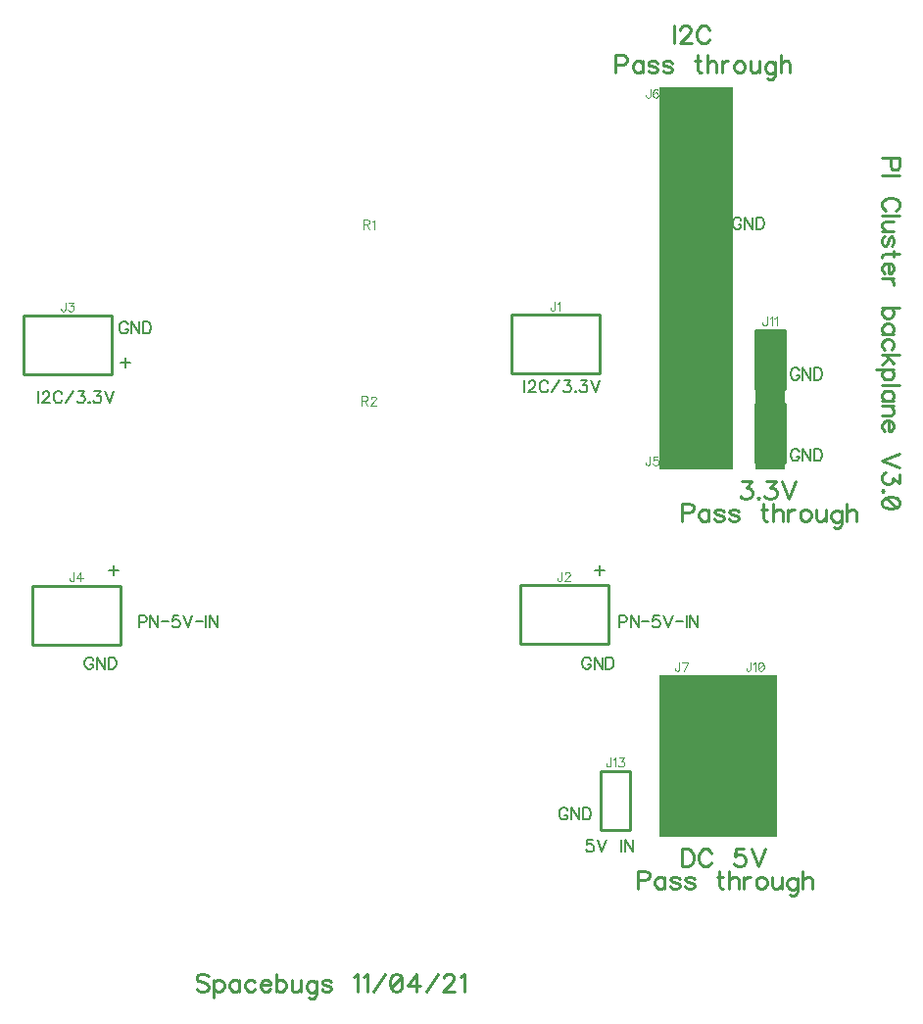
<source format=gbr>
G04 DipTrace 3.3.1.3*
G04 TopSilk.gbr*
%MOIN*%
G04 #@! TF.FileFunction,Legend,Top*
G04 #@! TF.Part,Single*
%ADD10C,0.009843*%
%ADD35C,0.004632*%
%ADD36C,0.009264*%
%ADD37C,0.006176*%
%FSLAX26Y26*%
G04*
G70*
G90*
G75*
G01*
G04 TopSilk*
%LPD*%
X2563845Y2593909D2*
D10*
X2263845D1*
Y2793909D1*
X2563845D1*
Y2593909D1*
X2293671Y1874875D2*
X2593671D1*
Y1674875D1*
X2293671D1*
Y1874875D1*
X904890Y2593161D2*
X604890D1*
Y2793161D1*
X904890D1*
Y2593161D1*
X634741Y1873407D2*
X934741D1*
Y1673407D1*
X634741D1*
Y1873407D1*
X2793701Y2293701D2*
X2993701D1*
Y2793701D1*
X2793701D1*
Y2293701D1*
Y3043701D2*
X2993701D1*
Y3543701D1*
X2793701D1*
Y3043701D1*
Y1543701D2*
X2893701D1*
Y1343701D1*
X2793701D1*
Y1543701D1*
X3043701Y1243701D2*
X3143701D1*
Y1043701D1*
X3043701D1*
Y1243701D1*
X2793701D2*
X2893701D1*
Y1043701D1*
X2793701D1*
Y1243701D1*
X3043701Y1543701D2*
X3143701D1*
Y1343701D1*
X3043701D1*
Y1543701D1*
X3093701Y2743701D2*
X3193701D1*
Y2543701D1*
X3093701D1*
Y2743701D1*
Y2493701D2*
X3193701D1*
Y2293701D1*
X3093701D1*
Y2493701D1*
X2568701Y1243701D2*
X2668701D1*
Y1043701D1*
X2568701D1*
Y1243701D1*
G36*
X2768701Y1568701D2*
X3168701D1*
Y1018701D1*
X2768701D1*
Y1568701D1*
G37*
G36*
X3093701Y2743701D2*
X3193701D1*
Y2268701D1*
X3093701D1*
Y2743701D1*
G37*
G36*
X2768701Y3568701D2*
X3018701D1*
Y2268701D1*
X2768701D1*
Y3568701D1*
G37*
X2412795Y2837843D2*
D35*
Y2814895D1*
X2411369Y2810584D1*
X2409910Y2809158D1*
X2407058Y2807699D1*
X2404173D1*
X2401321Y2809158D1*
X2399895Y2810584D1*
X2398436Y2814895D1*
Y2817747D1*
X2422058Y2832073D2*
X2424943Y2833532D1*
X2429254Y2837810D1*
Y2807699D1*
X2436170Y1918809D2*
Y1895861D1*
X2434744Y1891550D1*
X2433285Y1890124D1*
X2430433Y1888665D1*
X2427548D1*
X2424696Y1890124D1*
X2423270Y1891550D1*
X2421811Y1895861D1*
Y1898713D1*
X2446893Y1911613D2*
Y1913039D1*
X2448319Y1915924D1*
X2449745Y1917350D1*
X2452630Y1918776D1*
X2458367D1*
X2461219Y1917350D1*
X2462645Y1915924D1*
X2464104Y1913039D1*
Y1910187D1*
X2462645Y1907302D1*
X2459793Y1903024D1*
X2445434Y1888665D1*
X2465530D1*
X747390Y2837095D2*
Y2814147D1*
X745964Y2809836D1*
X744504Y2808410D1*
X741653Y2806951D1*
X738767D1*
X735916Y2808410D1*
X734490Y2809836D1*
X733030Y2814147D1*
Y2816999D1*
X759538Y2837062D2*
X775290D1*
X766701Y2825588D1*
X771012D1*
X773864Y2824162D1*
X775290Y2822736D1*
X776749Y2818425D1*
Y2815573D1*
X775290Y2811262D1*
X772438Y2808377D1*
X768127Y2806951D1*
X763816D1*
X759538Y2808377D1*
X758112Y2809836D1*
X756653Y2812688D1*
X776528Y1917341D2*
Y1894393D1*
X775102Y1890082D1*
X773643Y1888656D1*
X770791Y1887197D1*
X767906D1*
X765054Y1888656D1*
X763628Y1890082D1*
X762169Y1894393D1*
Y1897245D1*
X800151Y1887197D2*
Y1917308D1*
X785792Y1897245D1*
X807314D1*
X2736201Y2312635D2*
Y2289687D1*
X2734775Y2285376D1*
X2733315Y2283950D1*
X2730464Y2282491D1*
X2727578D1*
X2724727Y2283950D1*
X2723301Y2285376D1*
X2721841Y2289687D1*
Y2292539D1*
X2762675Y2312601D2*
X2748349D1*
X2746923Y2299702D1*
X2748349Y2301128D1*
X2752660Y2302587D1*
X2756938D1*
X2761249Y2301128D1*
X2764134Y2298276D1*
X2765560Y2293965D1*
Y2291113D1*
X2764134Y2286802D1*
X2761249Y2283917D1*
X2756938Y2282491D1*
X2752660D1*
X2748349Y2283917D1*
X2746923Y2285376D1*
X2745464Y2288228D1*
X2736930Y3562635D2*
Y3539687D1*
X2735504Y3535376D1*
X2734045Y3533950D1*
X2731193Y3532491D1*
X2728308D1*
X2725456Y3533950D1*
X2724030Y3535376D1*
X2722571Y3539687D1*
Y3542539D1*
X2763405Y3558324D2*
X2761979Y3561176D1*
X2757668Y3562601D1*
X2754816D1*
X2750505Y3561176D1*
X2747620Y3556864D1*
X2746194Y3549702D1*
Y3542539D1*
X2747620Y3536802D1*
X2750505Y3533917D1*
X2754816Y3532491D1*
X2756242D1*
X2760519Y3533917D1*
X2763405Y3536802D1*
X2764831Y3541113D1*
Y3542539D1*
X2763405Y3546850D1*
X2760519Y3549702D1*
X2756242Y3551128D1*
X2754816D1*
X2750505Y3549702D1*
X2747620Y3546850D1*
X2746194Y3542539D1*
X2836201Y1612635D2*
Y1589687D1*
X2834775Y1585376D1*
X2833315Y1583950D1*
X2830464Y1582491D1*
X2827578D1*
X2824727Y1583950D1*
X2823301Y1585376D1*
X2821841Y1589687D1*
Y1592539D1*
X2851201Y1582491D2*
X2865560Y1612601D1*
X2845464D1*
X3086217Y1287635D2*
Y1264687D1*
X3084791Y1260376D1*
X3083332Y1258950D1*
X3080480Y1257491D1*
X3077595D1*
X3074743Y1258950D1*
X3073317Y1260376D1*
X3071858Y1264687D1*
Y1267539D1*
X3102644Y1287601D2*
X3098366Y1286176D1*
X3096907Y1283324D1*
Y1280439D1*
X3098366Y1277587D1*
X3101218Y1276128D1*
X3106955Y1274702D1*
X3111266Y1273276D1*
X3114118Y1270391D1*
X3115543Y1267539D1*
Y1263228D1*
X3114118Y1260376D1*
X3112692Y1258917D1*
X3108381Y1257491D1*
X3102644D1*
X3098366Y1258917D1*
X3096907Y1260376D1*
X3095481Y1263228D1*
Y1267539D1*
X3096907Y1270391D1*
X3099792Y1273276D1*
X3104070Y1274702D1*
X3109807Y1276128D1*
X3112692Y1277587D1*
X3114118Y1280439D1*
Y1283324D1*
X3112692Y1286176D1*
X3108381Y1287601D1*
X3102644D1*
X2836914Y1287635D2*
Y1264687D1*
X2835488Y1260376D1*
X2834028Y1258950D1*
X2831177Y1257491D1*
X2828291D1*
X2825440Y1258950D1*
X2824014Y1260376D1*
X2822554Y1264687D1*
Y1267539D1*
X2864847Y1277587D2*
X2863388Y1273276D1*
X2860536Y1270391D1*
X2856225Y1268965D1*
X2854799D1*
X2850488Y1270391D1*
X2847636Y1273276D1*
X2846177Y1277587D1*
Y1279013D1*
X2847636Y1283324D1*
X2850488Y1286176D1*
X2854799Y1287601D1*
X2856225D1*
X2860536Y1286176D1*
X2863388Y1283324D1*
X2864847Y1277587D1*
Y1270391D1*
X2863388Y1263228D1*
X2860536Y1258917D1*
X2856225Y1257491D1*
X2853373D1*
X2849062Y1258917D1*
X2847636Y1261802D1*
X3077971Y1612635D2*
Y1589687D1*
X3076545Y1585376D1*
X3075086Y1583950D1*
X3072234Y1582491D1*
X3069349D1*
X3066497Y1583950D1*
X3065071Y1585376D1*
X3063612Y1589687D1*
Y1592539D1*
X3087234Y1606864D2*
X3090119Y1608324D1*
X3094430Y1612601D1*
Y1582491D1*
X3112316Y1612601D2*
X3108005Y1611176D1*
X3105120Y1606864D1*
X3103694Y1599702D1*
Y1595391D1*
X3105120Y1588228D1*
X3108005Y1583917D1*
X3112316Y1582491D1*
X3115168D1*
X3119479Y1583917D1*
X3122331Y1588228D1*
X3123790Y1595391D1*
Y1599702D1*
X3122331Y1606864D1*
X3119479Y1611176D1*
X3115168Y1612601D1*
X3112316D1*
X3122331Y1606864D2*
X3105120Y1588228D1*
X3134421Y2787635D2*
Y2764687D1*
X3132995Y2760376D1*
X3131536Y2758950D1*
X3128684Y2757491D1*
X3125799D1*
X3122947Y2758950D1*
X3121521Y2760376D1*
X3120062Y2764687D1*
Y2767539D1*
X3143684Y2781864D2*
X3146569Y2783324D1*
X3150880Y2787601D1*
Y2757491D1*
X3160144Y2781864D2*
X3163029Y2783324D1*
X3167340Y2787601D1*
Y2757491D1*
X3127971Y2537635D2*
Y2514687D1*
X3126545Y2510376D1*
X3125086Y2508950D1*
X3122234Y2507491D1*
X3119349D1*
X3116497Y2508950D1*
X3115071Y2510376D1*
X3113612Y2514687D1*
Y2517539D1*
X3137234Y2531864D2*
X3140119Y2533324D1*
X3144430Y2537601D1*
Y2507491D1*
X3155153Y2530439D2*
Y2531864D1*
X3156579Y2534750D1*
X3158005Y2536176D1*
X3160890Y2537601D1*
X3166627D1*
X3169479Y2536176D1*
X3170905Y2534750D1*
X3172364Y2531864D1*
Y2529013D1*
X3170905Y2526128D1*
X3168053Y2521850D1*
X3153694Y2507491D1*
X3173790D1*
X2602971Y1287635D2*
Y1264687D1*
X2601545Y1260376D1*
X2600086Y1258950D1*
X2597234Y1257491D1*
X2594349D1*
X2591497Y1258950D1*
X2590071Y1260376D1*
X2588612Y1264687D1*
Y1267539D1*
X2612234Y1281864D2*
X2615119Y1283324D1*
X2619430Y1287601D1*
Y1257491D1*
X2631579Y1287601D2*
X2647331D1*
X2638742Y1276128D1*
X2643053D1*
X2645905Y1274702D1*
X2647331Y1273276D1*
X2648790Y1268965D1*
Y1266113D1*
X2647331Y1261802D1*
X2644479Y1258917D1*
X2640168Y1257491D1*
X2635857D1*
X2631579Y1258917D1*
X2630153Y1260376D1*
X2628694Y1263228D1*
X1762825Y3102803D2*
X1775724D1*
X1780035Y3104262D1*
X1781495Y3105688D1*
X1782921Y3108540D1*
Y3111425D1*
X1781495Y3114277D1*
X1780035Y3115736D1*
X1775724Y3117162D1*
X1762825D1*
Y3087018D1*
X1772873Y3102803D2*
X1782921Y3087018D1*
X1792184Y3111392D2*
X1795069Y3112851D1*
X1799380Y3117129D1*
Y3087018D1*
X1756375Y2502803D2*
X1769274D1*
X1773586Y2504262D1*
X1775045Y2505688D1*
X1776471Y2508540D1*
Y2511425D1*
X1775045Y2514277D1*
X1773586Y2515736D1*
X1769274Y2517162D1*
X1756375D1*
Y2487018D1*
X1766423Y2502803D2*
X1776471Y2487018D1*
X1787193Y2509966D2*
Y2511392D1*
X1788619Y2514277D1*
X1790045Y2515703D1*
X1792930Y2517129D1*
X1798667D1*
X1801519Y2515703D1*
X1802945Y2514277D1*
X1804404Y2511392D1*
Y2508540D1*
X1802945Y2505655D1*
X1800093Y2501377D1*
X1785734Y2487018D1*
X1805830D1*
X3554313Y3327646D2*
D36*
Y3301780D1*
X3557165Y3293224D1*
X3560083Y3290306D1*
X3565787Y3287454D1*
X3574409D1*
X3580113Y3290306D1*
X3583031Y3293224D1*
X3585883Y3301780D1*
Y3327646D1*
X3525595D1*
X3585883Y3268927D2*
X3525595D1*
X3571557Y3149035D2*
X3577261Y3151887D1*
X3583031Y3157657D1*
X3585883Y3163361D1*
Y3174835D1*
X3583031Y3180605D1*
X3577261Y3186309D1*
X3571557Y3189227D1*
X3562935Y3192079D1*
X3548543D1*
X3539987Y3189227D1*
X3534217Y3186309D1*
X3528513Y3180605D1*
X3525595Y3174835D1*
Y3163361D1*
X3528513Y3157657D1*
X3534217Y3151887D1*
X3539987Y3149035D1*
X3585883Y3130508D2*
X3525595D1*
X3565787Y3111981D2*
X3537069D1*
X3528513Y3109129D1*
X3525595Y3103359D1*
Y3094737D1*
X3528513Y3089033D1*
X3537069Y3080411D1*
X3565787D2*
X3525595D1*
X3557165Y3030314D2*
X3562935Y3033166D1*
X3565787Y3041788D1*
Y3050410D1*
X3562935Y3059032D1*
X3557165Y3061884D1*
X3551461Y3059032D1*
X3548543Y3053262D1*
X3545691Y3038936D1*
X3542839Y3033166D1*
X3537069Y3030314D1*
X3534217D1*
X3528513Y3033166D1*
X3525595Y3041788D1*
Y3050410D1*
X3528513Y3059032D1*
X3534217Y3061884D1*
X3585883Y3003165D2*
X3537069D1*
X3528513Y3000313D1*
X3525595Y2994543D1*
Y2988839D1*
X3565787Y3011787D2*
Y2991691D1*
X3548543Y2970312D2*
Y2935890D1*
X3554313D1*
X3560083Y2938742D1*
X3562935Y2941594D1*
X3565787Y2947364D1*
Y2955986D1*
X3562935Y2961690D1*
X3557165Y2967460D1*
X3548543Y2970312D1*
X3542839D1*
X3534217Y2967460D1*
X3528513Y2961690D1*
X3525595Y2955986D1*
Y2947364D1*
X3528513Y2941594D1*
X3534217Y2935890D1*
X3565787Y2917363D2*
X3525595D1*
X3548543D2*
X3557165Y2914445D1*
X3562935Y2908741D1*
X3565787Y2902971D1*
Y2894349D1*
X3585883Y2817500D2*
X3525595D1*
X3557165D2*
X3562935Y2811730D1*
X3565787Y2806026D1*
Y2797404D1*
X3562935Y2791701D1*
X3557165Y2785930D1*
X3548543Y2783079D1*
X3542839D1*
X3534217Y2785930D1*
X3528513Y2791701D1*
X3525595Y2797404D1*
Y2806026D1*
X3528513Y2811730D1*
X3534217Y2817500D1*
X3565787Y2730130D2*
X3525595D1*
X3557165D2*
X3562935Y2735833D1*
X3565787Y2741604D1*
Y2750159D1*
X3562935Y2755929D1*
X3557165Y2761633D1*
X3548543Y2764551D1*
X3542839D1*
X3534217Y2761633D1*
X3528513Y2755929D1*
X3525595Y2750159D1*
Y2741604D1*
X3528513Y2735833D1*
X3534217Y2730130D1*
X3557165Y2677114D2*
X3562935Y2682884D1*
X3565787Y2688655D1*
Y2697210D1*
X3562935Y2702980D1*
X3557165Y2708684D1*
X3548543Y2711602D1*
X3542839D1*
X3534217Y2708684D1*
X3528513Y2702980D1*
X3525595Y2697210D1*
Y2688655D1*
X3528513Y2682884D1*
X3534217Y2677114D1*
X3585883Y2658587D2*
X3525595D1*
X3565787Y2629869D2*
X3537069Y2658587D1*
X3548543Y2647113D2*
X3525595Y2627017D1*
X3565787Y2608490D2*
X3505499D1*
X3557165D2*
X3562869Y2602720D1*
X3565787Y2597016D1*
Y2588394D1*
X3562869Y2582624D1*
X3557165Y2576920D1*
X3548543Y2574002D1*
X3542773D1*
X3534217Y2576920D1*
X3528447Y2582624D1*
X3525595Y2588394D1*
Y2597016D1*
X3528447Y2602720D1*
X3534217Y2608490D1*
X3585883Y2555475D2*
X3525595D1*
X3565787Y2502526D2*
X3525595D1*
X3557165D2*
X3562935Y2508230D1*
X3565787Y2514000D1*
Y2522556D1*
X3562935Y2528326D1*
X3557165Y2534030D1*
X3548543Y2536948D1*
X3542839D1*
X3534217Y2534030D1*
X3528513Y2528326D1*
X3525595Y2522556D1*
Y2514000D1*
X3528513Y2508230D1*
X3534217Y2502526D1*
X3565787Y2483999D2*
X3525595D1*
X3554313D2*
X3562935Y2475377D1*
X3565787Y2469607D1*
Y2461051D1*
X3562935Y2455281D1*
X3554313Y2452429D1*
X3525595D1*
X3548543Y2433902D2*
Y2399480D1*
X3554313D1*
X3560083Y2402332D1*
X3562935Y2405184D1*
X3565787Y2410954D1*
Y2419576D1*
X3562935Y2425280D1*
X3557165Y2431050D1*
X3548543Y2433902D1*
X3542839D1*
X3534217Y2431050D1*
X3528513Y2425280D1*
X3525595Y2419576D1*
Y2410954D1*
X3528513Y2405184D1*
X3534217Y2399480D1*
X3585883Y2322632D2*
X3525595Y2299684D1*
X3585883Y2276736D1*
X3585817Y2252439D2*
Y2220935D1*
X3562869Y2238113D1*
Y2229491D1*
X3560017Y2223787D1*
X3557165Y2220935D1*
X3548543Y2218017D1*
X3542839D1*
X3534217Y2220935D1*
X3528447Y2226639D1*
X3525595Y2235261D1*
Y2243883D1*
X3528447Y2252439D1*
X3531365Y2255290D1*
X3537069Y2258209D1*
X3531365Y2196638D2*
X3528447Y2199490D1*
X3525595Y2196638D1*
X3528447Y2193719D1*
X3531365Y2196638D1*
X3585817Y2157948D2*
X3582965Y2166570D1*
X3574343Y2172340D1*
X3560017Y2175192D1*
X3551395D1*
X3537069Y2172340D1*
X3528447Y2166570D1*
X3525595Y2157948D1*
Y2152244D1*
X3528447Y2143622D1*
X3537069Y2137919D1*
X3551395Y2135000D1*
X3560017D1*
X3574343Y2137919D1*
X3582965Y2143622D1*
X3585817Y2152244D1*
Y2157948D1*
X3574343Y2137919D2*
X3537069Y2172340D1*
X1233893Y544360D2*
X1228190Y550130D1*
X1219567Y552982D1*
X1208094D1*
X1199471Y550130D1*
X1193701Y544360D1*
Y538656D1*
X1196620Y532886D1*
X1199471Y530034D1*
X1205175Y527182D1*
X1222419Y521412D1*
X1228190Y518560D1*
X1231041Y515641D1*
X1233893Y509938D1*
Y501316D1*
X1228190Y495612D1*
X1219567Y492694D1*
X1208094D1*
X1199471Y495612D1*
X1193701Y501316D1*
X1252420Y532886D2*
Y472598D1*
Y524264D2*
X1258191Y529967D1*
X1263894Y532886D1*
X1272516D1*
X1278287Y529967D1*
X1283990Y524264D1*
X1286909Y515641D1*
Y509871D1*
X1283990Y501316D1*
X1278287Y495545D1*
X1272516Y492694D1*
X1263894D1*
X1258191Y495545D1*
X1252420Y501316D1*
X1339858Y532886D2*
Y492694D1*
Y524264D2*
X1334154Y530034D1*
X1328384Y532886D1*
X1319828D1*
X1314058Y530034D1*
X1308354Y524264D1*
X1305436Y515641D1*
Y509938D1*
X1308354Y501316D1*
X1314058Y495612D1*
X1319828Y492694D1*
X1328384D1*
X1334154Y495612D1*
X1339858Y501316D1*
X1392873Y524264D2*
X1387103Y530034D1*
X1381333Y532886D1*
X1372777D1*
X1367007Y530034D1*
X1361303Y524264D1*
X1358385Y515641D1*
Y509938D1*
X1361303Y501316D1*
X1367007Y495612D1*
X1372777Y492694D1*
X1381333D1*
X1387103Y495612D1*
X1392873Y501316D1*
X1411400Y515641D2*
X1445822D1*
Y521412D1*
X1442970Y527182D1*
X1440118Y530034D1*
X1434348Y532886D1*
X1425726D1*
X1420022Y530034D1*
X1414252Y524264D1*
X1411400Y515641D1*
Y509938D1*
X1414252Y501316D1*
X1420022Y495612D1*
X1425726Y492694D1*
X1434348D1*
X1440118Y495612D1*
X1445822Y501316D1*
X1464349Y552982D2*
Y492694D1*
Y524264D2*
X1470119Y530034D1*
X1475823Y532886D1*
X1484445D1*
X1490149Y530034D1*
X1495919Y524264D1*
X1498771Y515641D1*
Y509938D1*
X1495919Y501316D1*
X1490149Y495612D1*
X1484445Y492694D1*
X1475823D1*
X1470119Y495612D1*
X1464349Y501316D1*
X1517298Y532886D2*
Y504168D1*
X1520150Y495612D1*
X1525920Y492694D1*
X1534542D1*
X1540246Y495612D1*
X1548868Y504168D1*
Y532886D2*
Y492694D1*
X1601817Y530034D2*
Y484072D1*
X1598965Y475516D1*
X1596113Y472598D1*
X1590343Y469746D1*
X1581721D1*
X1576017Y472598D1*
X1601817Y521412D2*
X1596113Y527115D1*
X1590343Y530034D1*
X1581721D1*
X1576017Y527115D1*
X1570247Y521412D1*
X1567395Y512790D1*
Y507019D1*
X1570247Y498464D1*
X1576017Y492694D1*
X1581721Y489842D1*
X1590343D1*
X1596113Y492694D1*
X1601817Y498464D1*
X1651914Y524264D2*
X1649062Y530034D1*
X1640440Y532886D1*
X1631818D1*
X1623196Y530034D1*
X1620344Y524264D1*
X1623196Y518560D1*
X1628966Y515641D1*
X1643292Y512790D1*
X1649062Y509938D1*
X1651914Y504168D1*
Y501316D1*
X1649062Y495612D1*
X1640440Y492694D1*
X1631818D1*
X1623196Y495612D1*
X1620344Y501316D1*
X1728762Y541441D2*
X1734532Y544360D1*
X1743154Y552915D1*
Y492694D1*
X1761681Y541441D2*
X1767452Y544360D1*
X1776074Y552915D1*
Y492694D1*
X1794601D2*
X1834793Y552915D1*
X1870564D2*
X1861942Y550063D1*
X1856172Y541441D1*
X1853320Y527115D1*
Y518493D1*
X1856172Y504168D1*
X1861942Y495545D1*
X1870564Y492694D1*
X1876268D1*
X1884890Y495545D1*
X1890594Y504168D1*
X1893512Y518493D1*
Y527115D1*
X1890594Y541441D1*
X1884890Y550063D1*
X1876268Y552915D1*
X1870564D1*
X1890594Y541441D2*
X1856172Y504168D1*
X1940757Y492694D2*
Y552915D1*
X1912039Y512790D1*
X1955083D1*
X1973610Y492694D2*
X2013802Y552915D1*
X2035247Y538589D2*
Y541441D1*
X2038099Y547211D1*
X2040951Y550063D1*
X2046721Y552915D1*
X2058195D1*
X2063899Y550063D1*
X2066751Y547211D1*
X2069669Y541441D1*
Y535737D1*
X2066751Y529967D1*
X2061047Y521412D1*
X2032329Y492694D1*
X2072521D1*
X2091048Y541441D2*
X2096818Y544360D1*
X2105440Y552915D1*
Y492694D1*
X2843701Y977982D2*
Y917694D1*
X2863797D1*
X2872419Y920612D1*
X2878190Y926316D1*
X2881041Y932086D1*
X2883893Y940641D1*
Y955034D1*
X2881041Y963656D1*
X2878190Y969360D1*
X2872419Y975130D1*
X2863797Y977982D1*
X2843701D1*
X2945464Y963656D2*
X2942612Y969360D1*
X2936842Y975130D1*
X2931138Y977982D1*
X2919665D1*
X2913894Y975130D1*
X2908191Y969360D1*
X2905272Y963656D1*
X2902420Y955034D1*
Y940641D1*
X2905272Y932086D1*
X2908191Y926316D1*
X2913894Y920612D1*
X2919665Y917694D1*
X2931138D1*
X2936842Y920612D1*
X2942612Y926316D1*
X2945464Y932086D1*
X3056734Y977915D2*
X3028083D1*
X3025231Y952115D1*
X3028083Y954967D1*
X3036705Y957886D1*
X3045261D1*
X3053883Y954967D1*
X3059653Y949264D1*
X3062505Y940641D1*
Y934938D1*
X3059653Y926316D1*
X3053883Y920545D1*
X3045261Y917694D1*
X3036705D1*
X3028083Y920545D1*
X3025231Y923464D1*
X3022313Y929168D1*
X3081032Y977982D2*
X3103980Y917694D1*
X3126928Y977982D1*
X2693701Y871412D2*
X2719567D1*
X2728123Y874264D1*
X2731041Y877182D1*
X2733893Y882886D1*
Y891508D1*
X2731041Y897211D1*
X2728123Y900130D1*
X2719567Y902982D1*
X2693701D1*
Y842694D1*
X2786842Y882886D2*
Y842694D1*
Y874264D2*
X2781138Y880034D1*
X2775368Y882886D1*
X2766813D1*
X2761042Y880034D1*
X2755339Y874264D1*
X2752420Y865641D1*
Y859938D1*
X2755339Y851316D1*
X2761042Y845612D1*
X2766813Y842694D1*
X2775368D1*
X2781138Y845612D1*
X2786842Y851316D1*
X2836939Y874264D2*
X2834087Y880034D1*
X2825465Y882886D1*
X2816843D1*
X2808221Y880034D1*
X2805369Y874264D1*
X2808221Y868560D1*
X2813991Y865641D1*
X2828317Y862790D1*
X2834087Y859938D1*
X2836939Y854168D1*
Y851316D1*
X2834087Y845612D1*
X2825465Y842694D1*
X2816843D1*
X2808221Y845612D1*
X2805369Y851316D1*
X2887036Y874264D2*
X2884184Y880034D1*
X2875562Y882886D1*
X2866940D1*
X2858318Y880034D1*
X2855466Y874264D1*
X2858318Y868560D1*
X2864088Y865641D1*
X2878414Y862790D1*
X2884184Y859938D1*
X2887036Y854168D1*
Y851316D1*
X2884184Y845612D1*
X2875562Y842694D1*
X2866940D1*
X2858318Y845612D1*
X2855466Y851316D1*
X2972507Y902982D2*
Y854168D1*
X2975359Y845612D1*
X2981129Y842694D1*
X2986833D1*
X2963885Y882886D2*
X2983981D1*
X3005360Y902982D2*
Y842694D1*
Y871412D2*
X3013982Y880034D1*
X3019752Y882886D1*
X3028374D1*
X3034078Y880034D1*
X3036930Y871412D1*
Y842694D1*
X3055457Y882886D2*
Y842694D1*
Y865641D2*
X3058375Y874264D1*
X3064079Y880034D1*
X3069849Y882886D1*
X3078471D1*
X3111324D2*
X3105620Y880034D1*
X3099850Y874264D1*
X3096998Y865641D1*
Y859938D1*
X3099850Y851316D1*
X3105620Y845612D1*
X3111324Y842694D1*
X3119946D1*
X3125716Y845612D1*
X3131420Y851316D1*
X3134338Y859938D1*
Y865641D1*
X3131420Y874264D1*
X3125716Y880034D1*
X3119946Y882886D1*
X3111324D1*
X3152865D2*
Y854168D1*
X3155717Y845612D1*
X3161487Y842694D1*
X3170109D1*
X3175813Y845612D1*
X3184435Y854168D1*
Y882886D2*
Y842694D1*
X3237384Y880034D2*
Y834072D1*
X3234532Y825516D1*
X3231680Y822598D1*
X3225910Y819746D1*
X3217288D1*
X3211584Y822598D1*
X3237384Y871412D2*
X3231680Y877115D1*
X3225910Y880034D1*
X3217288D1*
X3211584Y877115D1*
X3205814Y871412D1*
X3202962Y862790D1*
Y857019D1*
X3205814Y848464D1*
X3211584Y842694D1*
X3217288Y839842D1*
X3225910D1*
X3231680Y842694D1*
X3237384Y848464D1*
X3255911Y902982D2*
Y842694D1*
Y871412D2*
X3264533Y880034D1*
X3270303Y882886D1*
X3278925D1*
X3284629Y880034D1*
X3287481Y871412D1*
Y842694D1*
X3049471Y2227915D2*
X3080975D1*
X3063797Y2204967D1*
X3072419D1*
X3078123Y2202115D1*
X3080975Y2199264D1*
X3083893Y2190641D1*
Y2184938D1*
X3080975Y2176316D1*
X3075271Y2170545D1*
X3066649Y2167694D1*
X3058027D1*
X3049471Y2170545D1*
X3046620Y2173464D1*
X3043701Y2179168D1*
X3105272Y2173464D2*
X3102420Y2170545D1*
X3105272Y2167694D1*
X3108191Y2170545D1*
X3105272Y2173464D1*
X3132488Y2227915D2*
X3163991D1*
X3146814Y2204967D1*
X3155436D1*
X3161140Y2202115D1*
X3163991Y2199264D1*
X3166910Y2190641D1*
Y2184938D1*
X3163991Y2176316D1*
X3158288Y2170545D1*
X3149666Y2167694D1*
X3141044D1*
X3132488Y2170545D1*
X3129636Y2173464D1*
X3126718Y2179168D1*
X3185437Y2227982D2*
X3208385Y2167694D1*
X3231333Y2227982D1*
X2843701Y2121412D2*
X2869567D1*
X2878123Y2124264D1*
X2881041Y2127182D1*
X2883893Y2132886D1*
Y2141508D1*
X2881041Y2147211D1*
X2878123Y2150130D1*
X2869567Y2152982D1*
X2843701D1*
Y2092694D1*
X2936842Y2132886D2*
Y2092694D1*
Y2124264D2*
X2931138Y2130034D1*
X2925368Y2132886D1*
X2916813D1*
X2911042Y2130034D1*
X2905339Y2124264D1*
X2902420Y2115641D1*
Y2109938D1*
X2905339Y2101316D1*
X2911042Y2095612D1*
X2916813Y2092694D1*
X2925368D1*
X2931138Y2095612D1*
X2936842Y2101316D1*
X2986939Y2124264D2*
X2984087Y2130034D1*
X2975465Y2132886D1*
X2966843D1*
X2958221Y2130034D1*
X2955369Y2124264D1*
X2958221Y2118560D1*
X2963991Y2115641D1*
X2978317Y2112790D1*
X2984087Y2109938D1*
X2986939Y2104168D1*
Y2101316D1*
X2984087Y2095612D1*
X2975465Y2092694D1*
X2966843D1*
X2958221Y2095612D1*
X2955369Y2101316D1*
X3037036Y2124264D2*
X3034184Y2130034D1*
X3025562Y2132886D1*
X3016940D1*
X3008318Y2130034D1*
X3005466Y2124264D1*
X3008318Y2118560D1*
X3014088Y2115641D1*
X3028414Y2112790D1*
X3034184Y2109938D1*
X3037036Y2104168D1*
Y2101316D1*
X3034184Y2095612D1*
X3025562Y2092694D1*
X3016940D1*
X3008318Y2095612D1*
X3005466Y2101316D1*
X3122507Y2152982D2*
Y2104168D1*
X3125359Y2095612D1*
X3131129Y2092694D1*
X3136833D1*
X3113885Y2132886D2*
X3133981D1*
X3155360Y2152982D2*
Y2092694D1*
Y2121412D2*
X3163982Y2130034D1*
X3169752Y2132886D1*
X3178374D1*
X3184078Y2130034D1*
X3186930Y2121412D1*
Y2092694D1*
X3205457Y2132886D2*
Y2092694D1*
Y2115641D2*
X3208375Y2124264D1*
X3214079Y2130034D1*
X3219849Y2132886D1*
X3228471D1*
X3261324D2*
X3255620Y2130034D1*
X3249850Y2124264D1*
X3246998Y2115641D1*
Y2109938D1*
X3249850Y2101316D1*
X3255620Y2095612D1*
X3261324Y2092694D1*
X3269946D1*
X3275716Y2095612D1*
X3281420Y2101316D1*
X3284338Y2109938D1*
Y2115641D1*
X3281420Y2124264D1*
X3275716Y2130034D1*
X3269946Y2132886D1*
X3261324D1*
X3302865D2*
Y2104168D1*
X3305717Y2095612D1*
X3311487Y2092694D1*
X3320109D1*
X3325813Y2095612D1*
X3334435Y2104168D1*
Y2132886D2*
Y2092694D1*
X3387384Y2130034D2*
Y2084072D1*
X3384532Y2075516D1*
X3381680Y2072598D1*
X3375910Y2069746D1*
X3367288D1*
X3361584Y2072598D1*
X3387384Y2121412D2*
X3381680Y2127115D1*
X3375910Y2130034D1*
X3367288D1*
X3361584Y2127115D1*
X3355814Y2121412D1*
X3352962Y2112790D1*
Y2107019D1*
X3355814Y2098464D1*
X3361584Y2092694D1*
X3367288Y2089842D1*
X3375910D1*
X3381680Y2092694D1*
X3387384Y2098464D1*
X3405911Y2152982D2*
Y2092694D1*
Y2121412D2*
X3414533Y2130034D1*
X3420303Y2132886D1*
X3428925D1*
X3434629Y2130034D1*
X3437481Y2121412D1*
Y2092694D1*
X2818701Y3777982D2*
Y3717694D1*
X2840147Y3763589D2*
Y3766441D1*
X2842999Y3772211D1*
X2845850Y3775063D1*
X2851621Y3777915D1*
X2863095D1*
X2868798Y3775063D1*
X2871650Y3772211D1*
X2874569Y3766441D1*
Y3760737D1*
X2871650Y3754967D1*
X2865946Y3746412D1*
X2837228Y3717694D1*
X2877420D1*
X2938991Y3763656D2*
X2936140Y3769360D1*
X2930369Y3775130D1*
X2924666Y3777982D1*
X2913192D1*
X2907421Y3775130D1*
X2901718Y3769360D1*
X2898799Y3763656D1*
X2895948Y3755034D1*
Y3740641D1*
X2898799Y3732086D1*
X2901718Y3726316D1*
X2907421Y3720612D1*
X2913192Y3717694D1*
X2924666D1*
X2930369Y3720612D1*
X2936140Y3726316D1*
X2938991Y3732086D1*
X2618701Y3646412D2*
X2644567D1*
X2653123Y3649264D1*
X2656041Y3652182D1*
X2658893Y3657886D1*
Y3666508D1*
X2656041Y3672211D1*
X2653123Y3675130D1*
X2644567Y3677982D1*
X2618701D1*
Y3617694D1*
X2711842Y3657886D2*
Y3617694D1*
Y3649264D2*
X2706138Y3655034D1*
X2700368Y3657886D1*
X2691813D1*
X2686042Y3655034D1*
X2680339Y3649264D1*
X2677420Y3640641D1*
Y3634938D1*
X2680339Y3626316D1*
X2686042Y3620612D1*
X2691813Y3617694D1*
X2700368D1*
X2706138Y3620612D1*
X2711842Y3626316D1*
X2761939Y3649264D2*
X2759087Y3655034D1*
X2750465Y3657886D1*
X2741843D1*
X2733221Y3655034D1*
X2730369Y3649264D1*
X2733221Y3643560D1*
X2738991Y3640641D1*
X2753317Y3637790D1*
X2759087Y3634938D1*
X2761939Y3629168D1*
Y3626316D1*
X2759087Y3620612D1*
X2750465Y3617694D1*
X2741843D1*
X2733221Y3620612D1*
X2730369Y3626316D1*
X2812036Y3649264D2*
X2809184Y3655034D1*
X2800562Y3657886D1*
X2791940D1*
X2783318Y3655034D1*
X2780466Y3649264D1*
X2783318Y3643560D1*
X2789088Y3640641D1*
X2803414Y3637790D1*
X2809184Y3634938D1*
X2812036Y3629168D1*
Y3626316D1*
X2809184Y3620612D1*
X2800562Y3617694D1*
X2791940D1*
X2783318Y3620612D1*
X2780466Y3626316D1*
X2897507Y3677982D2*
Y3629168D1*
X2900359Y3620612D1*
X2906129Y3617694D1*
X2911833D1*
X2888885Y3657886D2*
X2908981D1*
X2930360Y3677982D2*
Y3617694D1*
Y3646412D2*
X2938982Y3655034D1*
X2944752Y3657886D1*
X2953374D1*
X2959078Y3655034D1*
X2961930Y3646412D1*
Y3617694D1*
X2980457Y3657886D2*
Y3617694D1*
Y3640641D2*
X2983375Y3649264D1*
X2989079Y3655034D1*
X2994849Y3657886D1*
X3003471D1*
X3036324D2*
X3030620Y3655034D1*
X3024850Y3649264D1*
X3021998Y3640641D1*
Y3634938D1*
X3024850Y3626316D1*
X3030620Y3620612D1*
X3036324Y3617694D1*
X3044946D1*
X3050716Y3620612D1*
X3056420Y3626316D1*
X3059338Y3634938D1*
Y3640641D1*
X3056420Y3649264D1*
X3050716Y3655034D1*
X3044946Y3657886D1*
X3036324D1*
X3077865D2*
Y3629168D1*
X3080717Y3620612D1*
X3086487Y3617694D1*
X3095109D1*
X3100813Y3620612D1*
X3109435Y3629168D1*
Y3657886D2*
Y3617694D1*
X3162384Y3655034D2*
Y3609072D1*
X3159532Y3600516D1*
X3156680Y3597598D1*
X3150910Y3594746D1*
X3142288D1*
X3136584Y3597598D1*
X3162384Y3646412D2*
X3156680Y3652115D1*
X3150910Y3655034D1*
X3142288D1*
X3136584Y3652115D1*
X3130814Y3646412D1*
X3127962Y3637790D1*
Y3632019D1*
X3130814Y3623464D1*
X3136584Y3617694D1*
X3142288Y3614842D1*
X3150910D1*
X3156680Y3617694D1*
X3162384Y3623464D1*
X3180911Y3677982D2*
Y3617694D1*
Y3646412D2*
X3189533Y3655034D1*
X3195303Y3657886D1*
X3203925D1*
X3209629Y3655034D1*
X3212481Y3646412D1*
Y3617694D1*
X2631201Y1749675D2*
D37*
X2648445D1*
X2654149Y1751576D1*
X2656094Y1753522D1*
X2657995Y1757324D1*
Y1763072D1*
X2656094Y1766875D1*
X2654149Y1768820D1*
X2648445Y1770722D1*
X2631201D1*
Y1730530D1*
X2697141Y1770722D2*
Y1730530D1*
X2670347Y1770722D1*
Y1730530D1*
X2709493Y1750604D2*
X2731601D1*
X2766900Y1770678D2*
X2747799D1*
X2745898Y1753478D1*
X2747799Y1755379D1*
X2753547Y1757324D1*
X2759251D1*
X2764999Y1755379D1*
X2768845Y1751576D1*
X2770747Y1745828D1*
Y1742026D1*
X2768845Y1736278D1*
X2764999Y1732431D1*
X2759251Y1730530D1*
X2753547D1*
X2747799Y1732431D1*
X2745898Y1734377D1*
X2743952Y1738179D1*
X2783098Y1770722D2*
X2798397Y1730530D1*
X2813695Y1770722D1*
X2826047Y1750604D2*
X2848155D1*
X2860506Y1770722D2*
Y1730530D1*
X2899652Y1770722D2*
Y1730530D1*
X2872857Y1770722D1*
Y1730530D1*
X997441Y1749675D2*
X1014685D1*
X1020389Y1751576D1*
X1022334Y1753522D1*
X1024236Y1757324D1*
Y1763072D1*
X1022334Y1766875D1*
X1020389Y1768820D1*
X1014685Y1770722D1*
X997441D1*
Y1730530D1*
X1063382Y1770722D2*
Y1730530D1*
X1036587Y1770722D1*
Y1730530D1*
X1075733Y1750604D2*
X1097841D1*
X1133140Y1770678D2*
X1114039D1*
X1112138Y1753478D1*
X1114039Y1755379D1*
X1119787Y1757324D1*
X1125491D1*
X1131239Y1755379D1*
X1135086Y1751576D1*
X1136987Y1745828D1*
Y1742026D1*
X1135086Y1736278D1*
X1131239Y1732431D1*
X1125491Y1730530D1*
X1119787D1*
X1114039Y1732431D1*
X1112138Y1734377D1*
X1110192Y1738179D1*
X1149338Y1770722D2*
X1164637Y1730530D1*
X1179935Y1770722D1*
X1192287Y1750604D2*
X1214395D1*
X1226746Y1770722D2*
Y1730530D1*
X1265892Y1770722D2*
Y1730530D1*
X1239097Y1770722D1*
Y1730530D1*
X2541649Y1008178D2*
X2522547D1*
X2520646Y990978D1*
X2522547Y992879D1*
X2528296Y994824D1*
X2533999D1*
X2539747Y992879D1*
X2543594Y989076D1*
X2545495Y983328D1*
Y979526D1*
X2543594Y973778D1*
X2539747Y969931D1*
X2533999Y968030D1*
X2528296D1*
X2522547Y969931D1*
X2520646Y971877D1*
X2518701Y975679D1*
X2557847Y1008222D2*
X2573145Y968030D1*
X2588444Y1008222D1*
X2639676D2*
Y968030D1*
X2678822Y1008222D2*
Y968030D1*
X2652028Y1008222D1*
Y968030D1*
X2565957Y1941743D2*
Y1907299D1*
X2548757Y1924499D2*
X2583201D1*
X912414Y1941743D2*
Y1907299D1*
X895214Y1924499D2*
X929658D1*
X2534995Y1620128D2*
X2533094Y1623930D1*
X2529247Y1627777D1*
X2525445Y1629678D1*
X2517795D1*
X2513948Y1627777D1*
X2510146Y1623930D1*
X2508200Y1620128D1*
X2506299Y1614380D1*
Y1604785D1*
X2508200Y1599081D1*
X2510146Y1595234D1*
X2513948Y1591432D1*
X2517795Y1589486D1*
X2525445D1*
X2529247Y1591432D1*
X2533094Y1595234D1*
X2534995Y1599081D1*
Y1604785D1*
X2525445D1*
X2574141Y1629678D2*
Y1589486D1*
X2547346Y1629678D1*
Y1589486D1*
X2586493Y1629678D2*
Y1589486D1*
X2599890D1*
X2605638Y1591432D1*
X2609485Y1595234D1*
X2611386Y1599081D1*
X2613287Y1604785D1*
Y1614380D1*
X2611386Y1620128D1*
X2609485Y1623930D1*
X2605638Y1627777D1*
X2599890Y1629678D1*
X2586493D1*
X842082Y1620128D2*
X840180Y1623930D1*
X836334Y1627777D1*
X832531Y1629678D1*
X824882D1*
X821035Y1627777D1*
X817233Y1623930D1*
X815287Y1620128D1*
X813386Y1614380D1*
Y1604785D1*
X815287Y1599081D1*
X817233Y1595234D1*
X821035Y1591432D1*
X824882Y1589486D1*
X832531D1*
X836334Y1591432D1*
X840180Y1595234D1*
X842082Y1599081D1*
Y1604785D1*
X832531D1*
X881228Y1629678D2*
Y1589486D1*
X854433Y1629678D1*
Y1589486D1*
X893579Y1629678D2*
Y1589486D1*
X906976D1*
X912725Y1591432D1*
X916571Y1595234D1*
X918473Y1599081D1*
X920374Y1604785D1*
Y1614380D1*
X918473Y1620128D1*
X916571Y1623930D1*
X912725Y1627777D1*
X906976Y1629678D1*
X893579D1*
X2456255Y1108317D2*
X2454354Y1112119D1*
X2450507Y1115966D1*
X2446704Y1117867D1*
X2439055D1*
X2435208Y1115966D1*
X2431406Y1112119D1*
X2429460Y1108317D1*
X2427559Y1102569D1*
Y1092974D1*
X2429460Y1087270D1*
X2431406Y1083423D1*
X2435208Y1079621D1*
X2439055Y1077675D1*
X2446704D1*
X2450507Y1079621D1*
X2454354Y1083423D1*
X2456255Y1087270D1*
Y1092974D1*
X2446704D1*
X2495401Y1117867D2*
Y1077675D1*
X2468606Y1117867D1*
Y1077675D1*
X2507752Y1117867D2*
Y1077675D1*
X2521150D1*
X2526898Y1079621D1*
X2530745Y1083423D1*
X2532646Y1087270D1*
X2534547Y1092974D1*
Y1102569D1*
X2532646Y1108317D1*
X2530745Y1112119D1*
X2526898Y1115966D1*
X2521150Y1117867D1*
X2507752D1*
X655905Y2535190D2*
Y2494998D1*
X670202Y2525595D2*
Y2527497D1*
X672104Y2531344D1*
X674005Y2533245D1*
X677852Y2535146D1*
X685501D1*
X689303Y2533245D1*
X691205Y2531344D1*
X693150Y2527497D1*
Y2523694D1*
X691205Y2519847D1*
X687402Y2514144D1*
X668257Y2494998D1*
X695052D1*
X736099Y2525640D2*
X734198Y2529442D1*
X730351Y2533289D1*
X726548Y2535190D1*
X718899D1*
X715052Y2533289D1*
X711250Y2529442D1*
X709304Y2525640D1*
X707403Y2519892D1*
Y2510297D1*
X709304Y2504593D1*
X711250Y2500746D1*
X715052Y2496944D1*
X718899Y2494998D1*
X726548D1*
X730351Y2496944D1*
X734198Y2500746D1*
X736099Y2504593D1*
X748450Y2494998D2*
X775245Y2535146D1*
X791443D2*
X812445D1*
X800994Y2519847D1*
X806742D1*
X810544Y2517946D1*
X812445Y2516045D1*
X814391Y2510297D1*
Y2506494D1*
X812445Y2500746D1*
X808643Y2496900D1*
X802895Y2494998D1*
X797147D1*
X791443Y2496900D1*
X789542Y2498845D1*
X787596Y2502648D1*
X828644Y2498845D2*
X826742Y2496900D1*
X828644Y2494998D1*
X830589Y2496900D1*
X828644Y2498845D1*
X846787Y2535146D2*
X867790D1*
X856338Y2519847D1*
X862086D1*
X865888Y2517946D1*
X867790Y2516045D1*
X869735Y2510297D1*
Y2506494D1*
X867790Y2500746D1*
X863987Y2496900D1*
X858239Y2494998D1*
X852491D1*
X846787Y2496900D1*
X844886Y2498845D1*
X842941Y2502648D1*
X882087Y2535190D2*
X897385Y2494998D1*
X912684Y2535190D1*
X2309449Y2571472D2*
Y2531280D1*
X2323746Y2561878D2*
Y2563779D1*
X2325647Y2567626D1*
X2327548Y2569527D1*
X2331395Y2571428D1*
X2339044D1*
X2342847Y2569527D1*
X2344748Y2567626D1*
X2346694Y2563779D1*
Y2559976D1*
X2344748Y2556130D1*
X2340946Y2550426D1*
X2321800Y2531280D1*
X2348595D1*
X2389642Y2561922D2*
X2387741Y2565724D1*
X2383894Y2569571D1*
X2380092Y2571472D1*
X2372442D1*
X2368596Y2569571D1*
X2364793Y2565724D1*
X2362847Y2561922D1*
X2360946Y2556174D1*
Y2546579D1*
X2362847Y2540875D1*
X2364793Y2537028D1*
X2368596Y2533226D1*
X2372442Y2531280D1*
X2380092D1*
X2383894Y2533226D1*
X2387741Y2537028D1*
X2389642Y2540875D1*
X2401994Y2531280D2*
X2428788Y2571428D1*
X2444986D2*
X2465989D1*
X2454537Y2556130D1*
X2460285D1*
X2464088Y2554228D1*
X2465989Y2552327D1*
X2467934Y2546579D1*
Y2542776D1*
X2465989Y2537028D1*
X2462186Y2533182D1*
X2456438Y2531280D1*
X2450690D1*
X2444986Y2533182D1*
X2443085Y2535127D1*
X2441140Y2538930D1*
X2482187Y2535127D2*
X2480286Y2533182D1*
X2482187Y2531280D1*
X2484132Y2533182D1*
X2482187Y2535127D1*
X2500331Y2571428D2*
X2521333D1*
X2509881Y2556130D1*
X2515629D1*
X2519432Y2554228D1*
X2521333Y2552327D1*
X2523279Y2546579D1*
Y2542776D1*
X2521333Y2537028D1*
X2517530Y2533182D1*
X2511782Y2531280D1*
X2506034D1*
X2500331Y2533182D1*
X2498429Y2535127D1*
X2496484Y2538930D1*
X2535630Y2571472D2*
X2550929Y2531280D1*
X2566227Y2571472D1*
X3243656Y2604380D2*
X3241755Y2608182D1*
X3237908Y2612029D1*
X3234106Y2613930D1*
X3226457D1*
X3222610Y2612029D1*
X3218807Y2608182D1*
X3216862Y2604380D1*
X3214961Y2598632D1*
Y2589037D1*
X3216862Y2583333D1*
X3218807Y2579486D1*
X3222610Y2575684D1*
X3226457Y2573738D1*
X3234106D1*
X3237908Y2575684D1*
X3241755Y2579486D1*
X3243656Y2583333D1*
Y2589037D1*
X3234106D1*
X3282803Y2613930D2*
Y2573738D1*
X3256008Y2613930D1*
Y2573738D1*
X3295154Y2613930D2*
Y2573738D1*
X3308551D1*
X3314299Y2575684D1*
X3318146Y2579486D1*
X3320047Y2583333D1*
X3321949Y2589037D1*
Y2598632D1*
X3320047Y2604380D1*
X3318146Y2608182D1*
X3314299Y2612029D1*
X3308551Y2613930D1*
X3295154D1*
X3243656Y2328789D2*
X3241755Y2332592D1*
X3237908Y2336439D1*
X3234106Y2338340D1*
X3226457D1*
X3222610Y2336439D1*
X3218807Y2332592D1*
X3216862Y2328789D1*
X3214961Y2323041D1*
Y2313446D1*
X3216862Y2307743D1*
X3218807Y2303896D1*
X3222610Y2300093D1*
X3226457Y2298148D1*
X3234106D1*
X3237908Y2300093D1*
X3241755Y2303896D1*
X3243656Y2307743D1*
Y2313446D1*
X3234106D1*
X3282803Y2338340D2*
Y2298148D1*
X3256008Y2338340D1*
Y2298148D1*
X3295154Y2338340D2*
Y2298148D1*
X3308551D1*
X3314299Y2300093D1*
X3318146Y2303896D1*
X3320047Y2307743D1*
X3321949Y2313446D1*
Y2323041D1*
X3320047Y2328789D1*
X3318146Y2332592D1*
X3314299Y2336439D1*
X3308551Y2338340D1*
X3295154D1*
X3046806Y3116191D2*
X3044905Y3119993D1*
X3041058Y3123840D1*
X3037256Y3125741D1*
X3029606D1*
X3025759Y3123840D1*
X3021957Y3119993D1*
X3020011Y3116191D1*
X3018110Y3110443D1*
Y3100848D1*
X3020011Y3095144D1*
X3021957Y3091297D1*
X3025759Y3087495D1*
X3029606Y3085549D1*
X3037256D1*
X3041058Y3087495D1*
X3044905Y3091297D1*
X3046806Y3095144D1*
Y3100848D1*
X3037256D1*
X3085952Y3125741D2*
Y3085549D1*
X3059157Y3125741D1*
Y3085549D1*
X3098304Y3125741D2*
Y3085549D1*
X3111701D1*
X3117449Y3087495D1*
X3121296Y3091297D1*
X3123197Y3095144D1*
X3125098Y3100848D1*
Y3110443D1*
X3123197Y3116191D1*
X3121296Y3119993D1*
X3117449Y3123840D1*
X3111701Y3125741D1*
X3098304D1*
X960192Y2761860D2*
X958291Y2765663D1*
X954444Y2769509D1*
X950641Y2771411D1*
X942992D1*
X939145Y2769509D1*
X935343Y2765663D1*
X933397Y2761860D1*
X931496Y2756112D1*
Y2746517D1*
X933397Y2740814D1*
X935343Y2736967D1*
X939145Y2733164D1*
X942992Y2731219D1*
X950641D1*
X954444Y2733164D1*
X958291Y2736967D1*
X960192Y2740814D1*
Y2746517D1*
X950641D1*
X999338Y2771411D2*
Y2731219D1*
X972543Y2771411D1*
Y2731219D1*
X1011689Y2771411D2*
Y2731219D1*
X1025087D1*
X1030835Y2733164D1*
X1034682Y2736967D1*
X1036583Y2740814D1*
X1038484Y2746517D1*
Y2756112D1*
X1036583Y2761860D1*
X1034682Y2765663D1*
X1030835Y2769509D1*
X1025087Y2771411D1*
X1011689D1*
X951784Y2650404D2*
Y2615960D1*
X934584Y2633160D2*
X969028D1*
M02*

</source>
